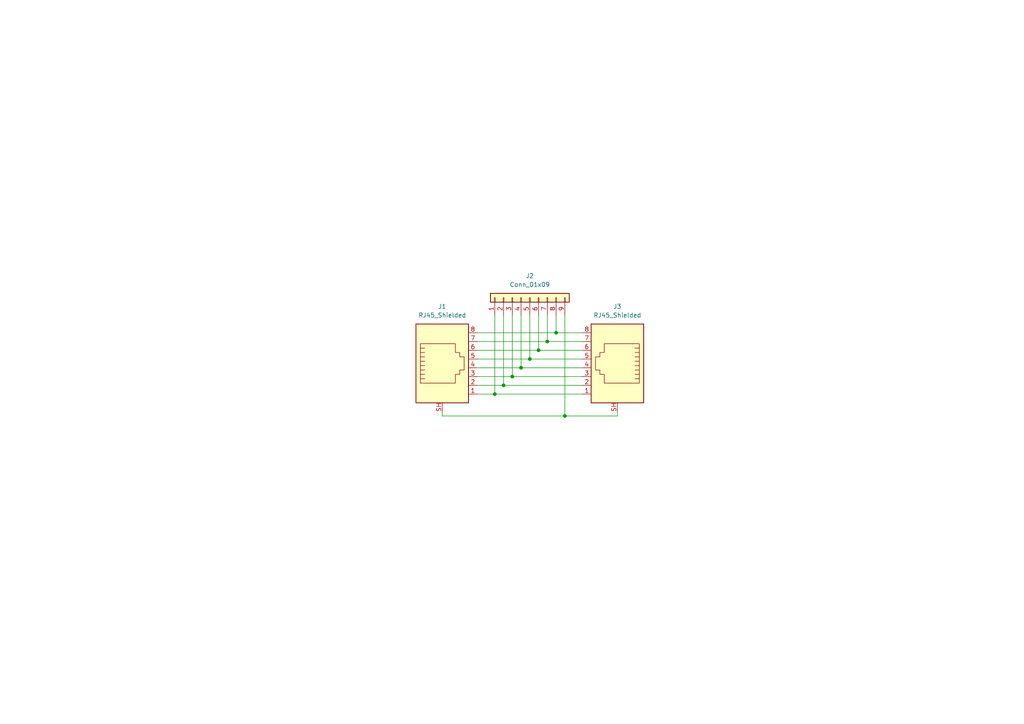
<source format=kicad_sch>
(kicad_sch (version 20211123) (generator eeschema)
  (paper "A4")
  (title_block (title "2x RJ45 to pin header breakout board") (date "2022-08-03") (rev "A") (company "RobinOlejnik.com") (comment 3 "License: CC0-1.0") (comment 4 "https://github.com/robinolejnik/rj45-pinheader-breakout"))
  (lib_symbols
    (symbol "Connector:RJ45_Shielded" (pin_names (offset 1.016))
      (property "Reference" "J" (at -5.08 13.97 0))
      (property "Value" "RJ45_Shielded" (at 2.54 13.97 0))
      (symbol "RJ45_Shielded_0_1"
        (polyline (pts (xy -5.08 4.445) (xy -6.35 4.445)))
        (polyline (pts (xy -5.08 5.715) (xy -6.35 5.715)))
        (polyline (pts (xy -6.35 -3.175) (xy -5.08 -3.175) (xy -5.08 -3.175)))
        (polyline (pts (xy -6.35 -1.905) (xy -5.08 -1.905) (xy -5.08 -1.905)))
        (polyline (pts (xy -6.35 -0.635) (xy -5.08 -0.635) (xy -5.08 -0.635)))
        (polyline (pts (xy -6.35 0.635) (xy -5.08 0.635) (xy -5.08 0.635)))
        (polyline (pts (xy -6.35 1.905) (xy -5.08 1.905) (xy -5.08 1.905)))
        (polyline (pts (xy -5.08 3.175) (xy -6.35 3.175) (xy -6.35 3.175)))
        (polyline (pts (xy -6.35 -4.445) (xy -6.35 6.985) (xy 3.81 6.985) (xy 3.81 4.445) (xy 5.08 4.445) (xy 5.08 3.175) (xy 6.35 3.175) (xy 6.35 -0.635) (xy 5.08 -0.635) (xy 5.08 -1.905) (xy 3.81 -1.905) (xy 3.81 -4.445) (xy -6.35 -4.445) (xy -6.35 -4.445)))
        (rectangle (start 7.62 12.7) (end -7.62 -10.16) (stroke (width 0.254)) (fill (type background)))
      )
      (symbol "RJ45_Shielded_1_1"
        (pin passive line (at 10.16 -7.62 180) (length 2.54) (name "~") (number "1"))
        (pin passive line (at 10.16 -5.08 180) (length 2.54) (name "~") (number "2"))
        (pin passive line (at 10.16 -2.54 180) (length 2.54) (name "~") (number "3"))
        (pin passive line (at 10.16 0 180) (length 2.54) (name "~") (number "4"))
        (pin passive line (at 10.16 2.54 180) (length 2.54) (name "~") (number "5"))
        (pin passive line (at 10.16 5.08 180) (length 2.54) (name "~") (number "6"))
        (pin passive line (at 10.16 7.62 180) (length 2.54) (name "~") (number "7"))
        (pin passive line (at 10.16 10.16 180) (length 2.54) (name "~") (number "8"))
        (pin passive line (at 0 -12.7 90) (length 2.54) (name "~") (number "SH"))
      )
    )
    (symbol "Connector_Generic:Conn_01x09" (pin_names (offset 1.016) hide)
      (property "Reference" "J" (at 0 12.7 0))
      (property "Value" "Conn_01x09" (at 0 -12.7 0))
      (symbol "Conn_01x09_1_1"
        (rectangle (start -1.27 -10.033) (end 0 -10.287) (stroke (width 0.1524)))
        (rectangle (start -1.27 -7.493) (end 0 -7.747) (stroke (width 0.1524)))
        (rectangle (start -1.27 -4.953) (end 0 -5.207) (stroke (width 0.1524)))
        (rectangle (start -1.27 -2.413) (end 0 -2.667) (stroke (width 0.1524)))
        (rectangle (start -1.27 0.127) (end 0 -0.127) (stroke (width 0.1524)))
        (rectangle (start -1.27 2.667) (end 0 2.413) (stroke (width 0.1524)))
        (rectangle (start -1.27 5.207) (end 0 4.953) (stroke (width 0.1524)))
        (rectangle (start -1.27 7.747) (end 0 7.493) (stroke (width 0.1524)))
        (rectangle (start -1.27 10.287) (end 0 10.033) (stroke (width 0.1524)))
        (rectangle (start -1.27 11.43) (end 1.27 -11.43) (stroke (width 0.254)) (fill (type background)))
        (pin passive line (at -5.08 10.16 0) (length 3.81) (name "Pin_1") (number "1"))
        (pin passive line (at -5.08 7.62 0) (length 3.81) (name "Pin_2") (number "2"))
        (pin passive line (at -5.08 5.08 0) (length 3.81) (name "Pin_3") (number "3"))
        (pin passive line (at -5.08 2.54 0) (length 3.81) (name "Pin_4") (number "4"))
        (pin passive line (at -5.08 0 0) (length 3.81) (name "Pin_5") (number "5"))
        (pin passive line (at -5.08 -2.54 0) (length 3.81) (name "Pin_6") (number "6"))
        (pin passive line (at -5.08 -5.08 0) (length 3.81) (name "Pin_7") (number "7"))
        (pin passive line (at -5.08 -7.62 0) (length 3.81) (name "Pin_8") (number "8"))
        (pin passive line (at -5.08 -10.16 0) (length 3.81) (name "Pin_9") (number "9"))
      )
    )
  )
  (junction (at 153.67 104.14))
  (junction (at 161.29 96.52))
  (junction (at 163.83 120.65))
  (junction (at 146.05 111.76))
  (junction (at 148.59 109.22))
  (junction (at 156.21 101.6))
  (junction (at 151.13 106.68))
  (junction (at 143.51 114.3))
  (junction (at 158.75 99.06))
  (wire (pts (xy 168.91 101.6) (xy 156.21 101.6)))
  (wire (pts (xy 146.05 111.76) (xy 138.43 111.76)))
  (wire (pts (xy 163.83 91.44) (xy 163.83 120.65)))
  (wire (pts (xy 161.29 96.52) (xy 138.43 96.52)))
  (wire (pts (xy 158.75 91.44) (xy 158.75 99.06)))
  (wire (pts (xy 168.91 111.76) (xy 146.05 111.76)))
  (wire (pts (xy 138.43 109.22) (xy 148.59 109.22)))
  (wire (pts (xy 156.21 101.6) (xy 138.43 101.6)))
  (wire (pts (xy 143.51 114.3) (xy 138.43 114.3)))
  (wire (pts (xy 168.91 114.3) (xy 143.51 114.3)))
  (wire (pts (xy 156.21 91.44) (xy 156.21 101.6)))
  (wire (pts (xy 179.07 120.65) (xy 179.07 119.38)))
  (wire (pts (xy 158.75 99.06) (xy 138.43 99.06)))
  (wire (pts (xy 168.91 96.52) (xy 161.29 96.52)))
  (wire (pts (xy 168.91 104.14) (xy 153.67 104.14)))
  (wire (pts (xy 148.59 91.44) (xy 148.59 109.22)))
  (wire (pts (xy 148.59 109.22) (xy 168.91 109.22)))
  (wire (pts (xy 163.83 120.65) (xy 179.07 120.65)))
  (wire (pts (xy 128.27 120.65) (xy 163.83 120.65)))
  (wire (pts (xy 153.67 91.44) (xy 153.67 104.14)))
  (wire (pts (xy 151.13 91.44) (xy 151.13 106.68)))
  (wire (pts (xy 151.13 106.68) (xy 138.43 106.68)))
  (wire (pts (xy 161.29 91.44) (xy 161.29 96.52)))
  (wire (pts (xy 143.51 91.44) (xy 143.51 114.3)))
  (wire (pts (xy 153.67 104.14) (xy 138.43 104.14)))
  (wire (pts (xy 146.05 91.44) (xy 146.05 111.76)))
  (wire (pts (xy 128.27 119.38) (xy 128.27 120.65)))
  (wire (pts (xy 168.91 99.06) (xy 158.75 99.06)))
  (wire (pts (xy 168.91 106.68) (xy 151.13 106.68)))
  (symbol (lib_id "Connector:RJ45_Shielded") (at 179.07 106.68 0) (mirror y) (unit 1)
    (property "Reference" "J3" (at 179.07 88.9 0))
    (property "Value" "RJ45_Shielded" (at 179.07 91.44 0))
    (property "Footprint" "rj45-multi:RJ45-multi" (effects hide))
  )
  (symbol (lib_id "Connector:RJ45_Shielded") (at 128.27 106.68 0) (unit 1)
    (property "Reference" "J1" (at 128.27 88.9 0))
    (property "Value" "RJ45_Shielded" (at 128.27 91.44 0))
    (property "Footprint" "rj45-multi:RJ45-multi" (effects hide))
  )
  (symbol (lib_id "Connector_Generic:Conn_01x09") (at 153.67 86.36 90) (unit 1)
    (property "Reference" "J2" (at 153.67 80.01 90))
    (property "Value" "Conn_01x09" (at 153.67 82.55 90))
    (property "Footprint" "Connector_PinHeader_2.54mm:PinHeader_1x09_P2.54mm_Vertical" (effects hide))
  )
)
</source>
